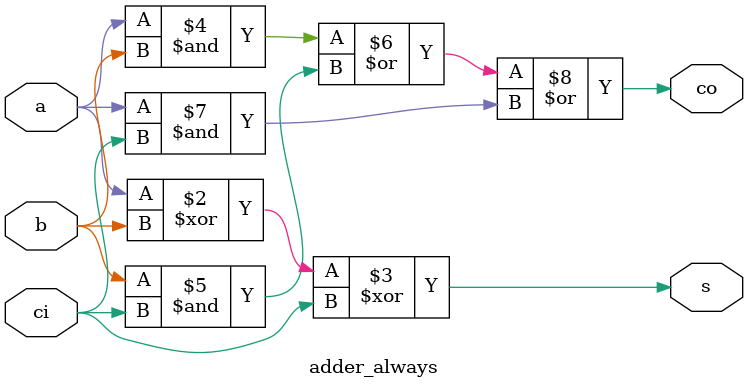
<source format=v>
module adder_always(
    input a,b,ci,
    output s,co
);
    reg s,co;
    always @(a,b,ci) begin
        s=a^b^ci;
        co=(a&b)|(b&ci)|(a&ci);
    end
endmodule
</source>
